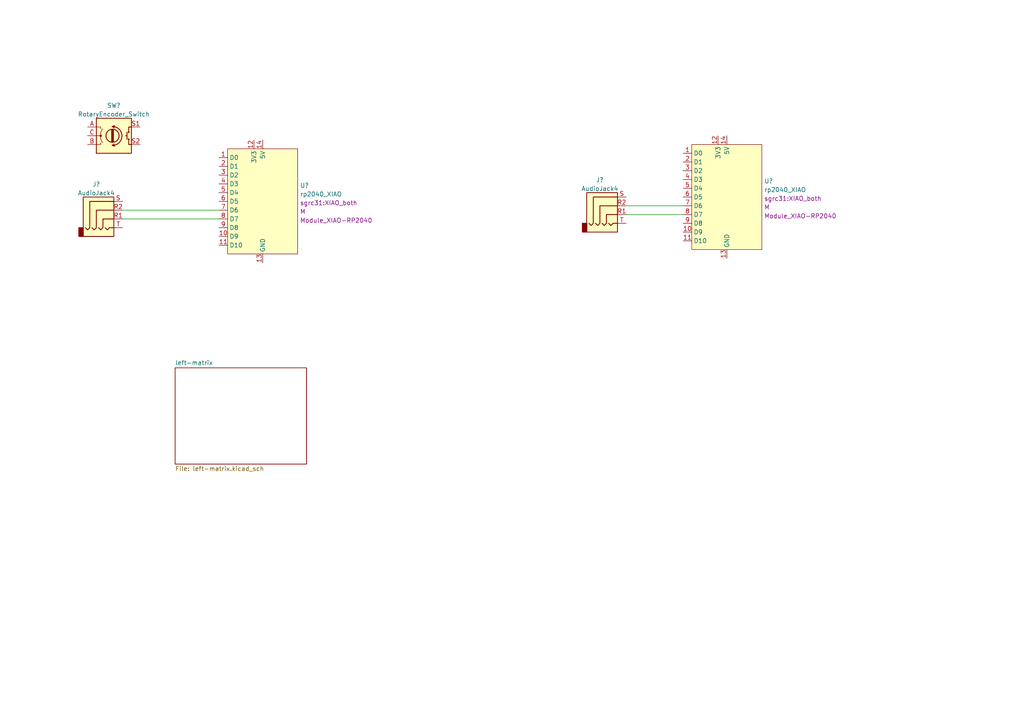
<source format=kicad_sch>
(kicad_sch (version 20211123) (generator eeschema)
  (paper "A4")
  (lib_symbols
    (symbol "Connector:AudioJack4"
      (property "Reference" "J" (at 0 8.89 0))
      (property "Value" "AudioJack4" (at 0 6.35 0))
      (symbol "AudioJack4_0_1"
        (rectangle (start -6.35 -5.08) (end -7.62 -7.62) (stroke (width 0.254)) (fill (type outline)))
        (polyline (pts (xy 0 -5.08) (xy 0.635 -5.715) (xy 1.27 -5.08) (xy 2.54 -5.08)) (stroke (width 0.254)))
        (polyline (pts (xy -5.715 -5.08) (xy -5.08 -5.715) (xy -4.445 -5.08) (xy -4.445 2.54) (xy 2.54 2.54)) (stroke (width 0.254)))
        (polyline (pts (xy -1.905 -5.08) (xy -1.27 -5.715) (xy -0.635 -5.08) (xy -0.635 -2.54) (xy 2.54 -2.54)) (stroke (width 0.254)))
        (polyline (pts (xy 2.54 0) (xy -2.54 0) (xy -2.54 -5.08) (xy -3.175 -5.715) (xy -3.81 -5.08)) (stroke (width 0.254)))
        (rectangle (start 2.54 3.81) (end -6.35 -7.62) (stroke (width 0.254)) (fill (type background)))
      )
      (symbol "AudioJack4_1_1"
        (pin passive line (at 5.08 -2.54 180) (length 2.54) (name "~") (number "R1"))
        (pin passive line (at 5.08 0 180) (length 2.54) (name "~") (number "R2"))
        (pin passive line (at 5.08 2.54 180) (length 2.54) (name "~") (number "S"))
        (pin passive line (at 5.08 -5.08 180) (length 2.54) (name "~") (number "T"))
      )
    )
    (symbol "Device:RotaryEncoder_Switch" (pin_names (offset 0.254) hide)
      (property "Reference" "SW" (at 0 6.604 0))
      (property "Value" "RotaryEncoder_Switch" (at 0 -6.604 0))
      (symbol "RotaryEncoder_Switch_0_1"
        (rectangle (start -5.08 5.08) (end 5.08 -5.08) (stroke (width 0.254)) (fill (type background)))
        (circle (center -3.81 0) (radius 0.254) (fill (type outline)))
        (arc (start -0.381 -2.794) (mid 2.3622 -0.0508) (end -0.381 2.667) (stroke (width 0.254)))
        (circle (center -0.381 0) (radius 1.905) (stroke (width 0.254)))
        (polyline (pts (xy -0.635 -1.778) (xy -0.635 1.778)) (stroke (width 0.254)))
        (polyline (pts (xy -0.381 -1.778) (xy -0.381 1.778)) (stroke (width 0.254)))
        (polyline (pts (xy -0.127 1.778) (xy -0.127 -1.778)) (stroke (width 0.254)))
        (polyline (pts (xy 3.81 0) (xy 3.429 0)) (stroke (width 0.254)))
        (polyline (pts (xy 3.81 1.016) (xy 3.81 -1.016)) (stroke (width 0.254)))
        (polyline (pts (xy -5.08 -2.54) (xy -3.81 -2.54) (xy -3.81 -2.032)))
        (polyline (pts (xy -5.08 2.54) (xy -3.81 2.54) (xy -3.81 2.032)))
        (polyline (pts (xy 0.254 -3.048) (xy -0.508 -2.794) (xy 0.127 -2.413)) (stroke (width 0.254)))
        (polyline (pts (xy 0.254 2.921) (xy -0.508 2.667) (xy 0.127 2.286)) (stroke (width 0.254)))
        (polyline (pts (xy 5.08 -2.54) (xy 4.318 -2.54) (xy 4.318 -1.016)) (stroke (width 0.254)))
        (polyline (pts (xy 5.08 2.54) (xy 4.318 2.54) (xy 4.318 1.016)) (stroke (width 0.254)))
        (polyline (pts (xy -5.08 0) (xy -3.81 0) (xy -3.81 -1.016) (xy -3.302 -2.032)))
        (polyline (pts (xy -4.318 0) (xy -3.81 0) (xy -3.81 1.016) (xy -3.302 2.032)))
        (circle (center 4.318 -1.016) (radius 0.127) (stroke (width 0.254)))
        (circle (center 4.318 1.016) (radius 0.127) (stroke (width 0.254)))
      )
      (symbol "RotaryEncoder_Switch_1_1"
        (pin passive line (at -7.62 2.54 0) (length 2.54) (name "A") (number "A"))
        (pin passive line (at -7.62 -2.54 0) (length 2.54) (name "B") (number "B"))
        (pin passive line (at -7.62 0 0) (length 2.54) (name "C") (number "C"))
        (pin passive line (at 7.62 2.54 180) (length 2.54) (name "S1") (number "S1"))
        (pin passive line (at 7.62 -2.54 180) (length 2.54) (name "S2") (number "S2"))
      )
    )
    (symbol "sgrc31:rp2040_XIAO"
      (property "Reference" "U" (at 0 0 0))
      (property "Value" "rp2040_XIAO" (at 0 0 0))
      (property "Footprint" "sgrc31:XIAO_both" (at 0 0 0))
      (property "Reference_1" "M" (at 0 0 0))
      (property "Value_1" "Module_XIAO-RP2040" (at 0 2.54 0))
      (symbol "rp2040_XIAO_0_1"
        (rectangle (start -10.16 15.24) (end 10.16 -15.24) (fill (type background)))
      )
      (symbol "rp2040_XIAO_1_1"
        (pin bidirectional line (at -12.7 12.7 0) (length 2.54) (name "D0") (number "1"))
        (pin bidirectional line (at -12.7 -10.16 0) (length 2.54) (name "D9") (number "10"))
        (pin bidirectional line (at -12.7 -12.7 0) (length 2.54) (name "D10") (number "11"))
        (pin power_in line (at -2.54 17.78 270) (length 2.54) (name "3V3") (number "12"))
        (pin power_in line (at 0 -17.78 90) (length 2.54) (name "GND") (number "13"))
        (pin power_in line (at 0 17.78 270) (length 2.54) (name "5V") (number "14"))
        (pin bidirectional line (at -12.7 10.16 0) (length 2.54) (name "D1") (number "2"))
        (pin bidirectional line (at -12.7 7.62 0) (length 2.54) (name "D2") (number "3"))
        (pin bidirectional line (at -12.7 5.08 0) (length 2.54) (name "D3") (number "4"))
        (pin bidirectional line (at -12.7 2.54 0) (length 2.54) (name "D4") (number "5"))
        (pin bidirectional line (at -12.7 0 0) (length 2.54) (name "D5") (number "6"))
        (pin bidirectional line (at -12.7 -2.54 0) (length 2.54) (name "D6") (number "7"))
        (pin bidirectional line (at -12.7 -5.08 0) (length 2.54) (name "D7") (number "8"))
        (pin bidirectional line (at -12.7 -7.62 0) (length 2.54) (name "D8") (number "9"))
      )
    )
  )
  (wire (pts (xy 35.56 63.5) (xy 63.5 63.5)))
  (wire (pts (xy 181.61 62.23) (xy 198.12 62.23)))
  (wire (pts (xy 35.56 60.96) (xy 63.5 60.96)))
  (wire (pts (xy 181.61 59.69) (xy 198.12 59.69)))
  (symbol (lib_id "sgrc31:rp2040_XIAO") (at 210.82 57.15 0) (unit 1)
    (property "Reference" "U?" (at 221.615 52.51 0) (effects (justify left)))
    (property "Value" "rp2040_XIAO" (at 221.615 55.0469 0) (effects (justify left)))
    (property "Footprint" "sgrc31:XIAO_both" (at 221.615 57.5838 0) (effects (justify left)))
    (property "Reference_1" "M" (at 221.615 60.1207 0) (effects (justify left)))
    (property "Value_1" "Module_XIAO-RP2040" (at 221.615 62.6576 0) (effects (justify left)))
    (property "Footprint_1" "fab:SeedStudio_XIAO" (effects hide))
    (property "Datasheet_1" "https://wiki.seeedstudio.com/XIAO-RP2040/" (effects hide))
  )
  (symbol (lib_id "Connector:AudioJack4") (at 176.53 59.69 0) (unit 1)
    (property "Reference" "J?" (at 173.99 52.1802 0))
    (property "Value" "AudioJack4" (at 173.99 54.7171 0))
  )
  (symbol (lib_id "Device:RotaryEncoder_Switch") (at 33.02 39.37 0) (unit 1)
    (property "Reference" "SW?" (at 33.02 30.5902 0))
    (property "Value" "RotaryEncoder_Switch" (at 33.02 33.1271 0))
  )
  (symbol (lib_id "sgrc31:rp2040_XIAO") (at 76.2 58.42 0) (unit 1)
    (property "Reference" "U?" (at 86.995 53.78 0) (effects (justify left)))
    (property "Value" "rp2040_XIAO" (at 86.995 56.3169 0) (effects (justify left)))
    (property "Footprint" "sgrc31:XIAO_both" (at 86.995 58.8538 0) (effects (justify left)))
    (property "Reference_1" "M" (at 86.995 61.3907 0) (effects (justify left)))
    (property "Value_1" "Module_XIAO-RP2040" (at 86.995 63.9276 0) (effects (justify left)))
    (property "Footprint_1" "fab:SeedStudio_XIAO" (effects hide))
    (property "Datasheet_1" "https://wiki.seeedstudio.com/XIAO-RP2040/" (effects hide))
  )
  (symbol (lib_id "Connector:AudioJack4") (at 30.48 60.96 0) (unit 1)
    (property "Reference" "J?" (at 27.94 53.4502 0))
    (property "Value" "AudioJack4" (at 27.94 55.9871 0))
  )
  (sheet (at 50.8 106.68) (size 38.1 27.94) (stroke (width 0.1524))
    (property "Sheet name" "left-matrix" (at 50.8 105.9684 0) (effects (justify left bottom)))
    (property "Sheet file" "left-matrix.kicad_sch" (at 50.8 135.2046 0) (effects (justify left top)))
  )
)
</source>
